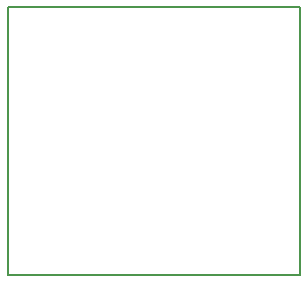
<source format=gm1>
G04 #@! TF.GenerationSoftware,KiCad,Pcbnew,(6.0.5)*
G04 #@! TF.CreationDate,2023-01-28T11:09:11-05:00*
G04 #@! TF.ProjectId,IMU Breakout,494d5520-4272-4656-916b-6f75742e6b69,rev?*
G04 #@! TF.SameCoordinates,Original*
G04 #@! TF.FileFunction,Profile,NP*
%FSLAX46Y46*%
G04 Gerber Fmt 4.6, Leading zero omitted, Abs format (unit mm)*
G04 Created by KiCad (PCBNEW (6.0.5)) date 2023-01-28 11:09:11*
%MOMM*%
%LPD*%
G01*
G04 APERTURE LIST*
G04 #@! TA.AperFunction,Profile*
%ADD10C,0.150000*%
G04 #@! TD*
G04 APERTURE END LIST*
D10*
X144457580Y-101383820D02*
X119757580Y-101383820D01*
X119757580Y-78683820D01*
X144457580Y-78683820D01*
X144457580Y-101383820D01*
M02*

</source>
